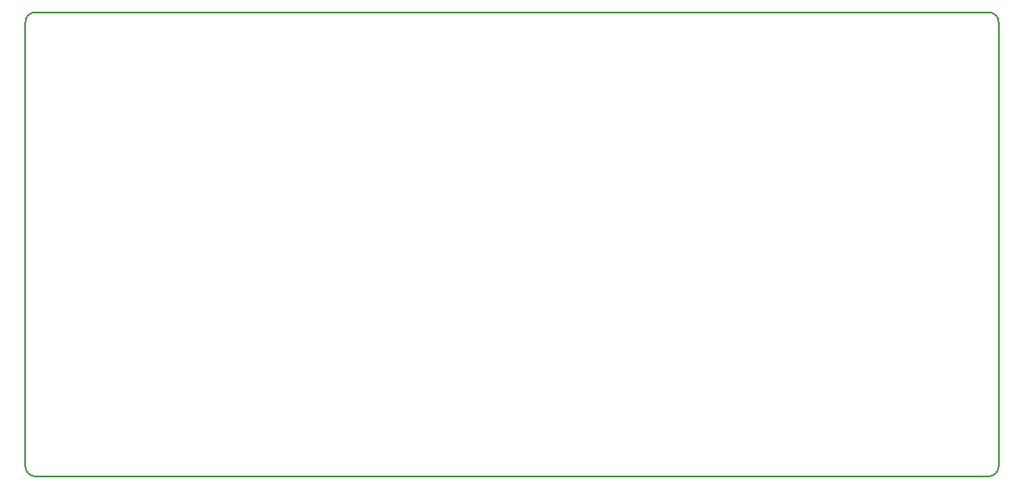
<source format=gko>
G04 DesignSpark PCB Gerber Version 10.0 Build 5299*
G04 #@! TF.Part,Single*
%FSLAX35Y35*%
%MOMM*%
%ADD10C,0.20000*%
G04 #@! TD.AperFunction*
X0Y0D02*
D02*
D10*
X629050Y5169300D02*
G75*
G02*
X729050Y5269300I100000J0D01*
G01*
X10379050D01*
G75*
G02*
X10479050Y5169300I0J-100000D01*
G01*
Y669300D01*
G75*
G02*
X10379050Y569300I-100000J0D01*
G01*
X729050D01*
G75*
G02*
X629050Y669300I0J100000D01*
G01*
Y5169300D01*
X0Y0D02*
M02*

</source>
